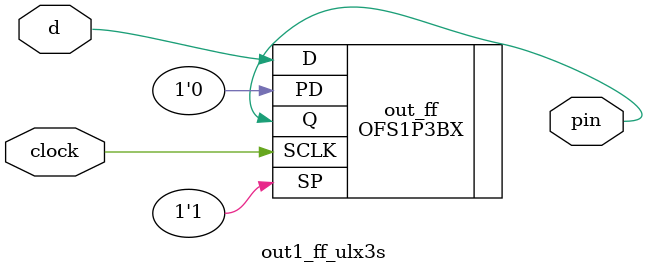
<source format=v>

module out1_ff_ulx3s(
  input   clock,
  output  pin,
  input   d
);

  OFS1P3BX out_ff(.D(d), .Q(pin), .SCLK(clock), .PD(1'b0), .SP(1'b1));

endmodule

</source>
